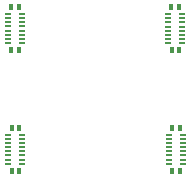
<source format=gbp>
G04 #@! TF.GenerationSoftware,KiCad,Pcbnew,(5.1.10)-1*
G04 #@! TF.CreationDate,2021-10-06T10:46:06+02:00*
G04 #@! TF.ProjectId,OBJEX_Socket-V2.0,4f424a45-585f-4536-9f63-6b65742d5632,rev?*
G04 #@! TF.SameCoordinates,Original*
G04 #@! TF.FileFunction,Paste,Bot*
G04 #@! TF.FilePolarity,Positive*
%FSLAX46Y46*%
G04 Gerber Fmt 4.6, Leading zero omitted, Abs format (unit mm)*
G04 Created by KiCad (PCBNEW (5.1.10)-1) date 2021-10-06 10:46:06*
%MOMM*%
%LPD*%
G01*
G04 APERTURE LIST*
%ADD10R,0.615000X0.180000*%
%ADD11R,0.400000X0.520000*%
G04 APERTURE END LIST*
D10*
X151353520Y-88973660D03*
D11*
X151091900Y-88386240D03*
D10*
X151353520Y-89330160D03*
X151353520Y-90030160D03*
X151353520Y-89680160D03*
X151353520Y-91430160D03*
X151353520Y-90730160D03*
X151353520Y-90380160D03*
X151353520Y-91080160D03*
D11*
X151094440Y-92015860D03*
X150431500Y-88386240D03*
X150434040Y-92015860D03*
D10*
X150169880Y-90380160D03*
X150169880Y-91430160D03*
X150169880Y-90730160D03*
X150169880Y-89330160D03*
X150169880Y-88973660D03*
X150169880Y-90030160D03*
X150169880Y-91080160D03*
X150169880Y-89680160D03*
X150195280Y-99890960D03*
X150195280Y-101290960D03*
X150195280Y-100240960D03*
X150195280Y-99184460D03*
X150195280Y-99540960D03*
X150195280Y-100940960D03*
X150195280Y-101640960D03*
X150195280Y-100590960D03*
D11*
X150459440Y-102226660D03*
X150456900Y-98597040D03*
X151119840Y-102226660D03*
D10*
X151378920Y-101290960D03*
X151378920Y-100590960D03*
X151378920Y-100940960D03*
X151378920Y-101640960D03*
X151378920Y-99890960D03*
X151378920Y-100240960D03*
X151378920Y-99540960D03*
D11*
X151117300Y-98597040D03*
D10*
X151378920Y-99184460D03*
X137789920Y-88960960D03*
D11*
X137528300Y-88373540D03*
D10*
X137789920Y-89317460D03*
X137789920Y-90017460D03*
X137789920Y-89667460D03*
X137789920Y-91417460D03*
X137789920Y-90717460D03*
X137789920Y-90367460D03*
X137789920Y-91067460D03*
D11*
X137530840Y-92003160D03*
X136867900Y-88373540D03*
X136870440Y-92003160D03*
D10*
X136606280Y-90367460D03*
X136606280Y-91417460D03*
X136606280Y-90717460D03*
X136606280Y-89317460D03*
X136606280Y-88960960D03*
X136606280Y-90017460D03*
X136606280Y-91067460D03*
X136606280Y-89667460D03*
X137815320Y-99184460D03*
D11*
X137553700Y-98597040D03*
D10*
X137815320Y-99540960D03*
X137815320Y-100240960D03*
X137815320Y-99890960D03*
X137815320Y-101640960D03*
X137815320Y-100940960D03*
X137815320Y-100590960D03*
X137815320Y-101290960D03*
D11*
X137556240Y-102226660D03*
X136893300Y-98597040D03*
X136895840Y-102226660D03*
D10*
X136631680Y-100590960D03*
X136631680Y-101640960D03*
X136631680Y-100940960D03*
X136631680Y-99540960D03*
X136631680Y-99184460D03*
X136631680Y-100240960D03*
X136631680Y-101290960D03*
X136631680Y-99890960D03*
M02*

</source>
